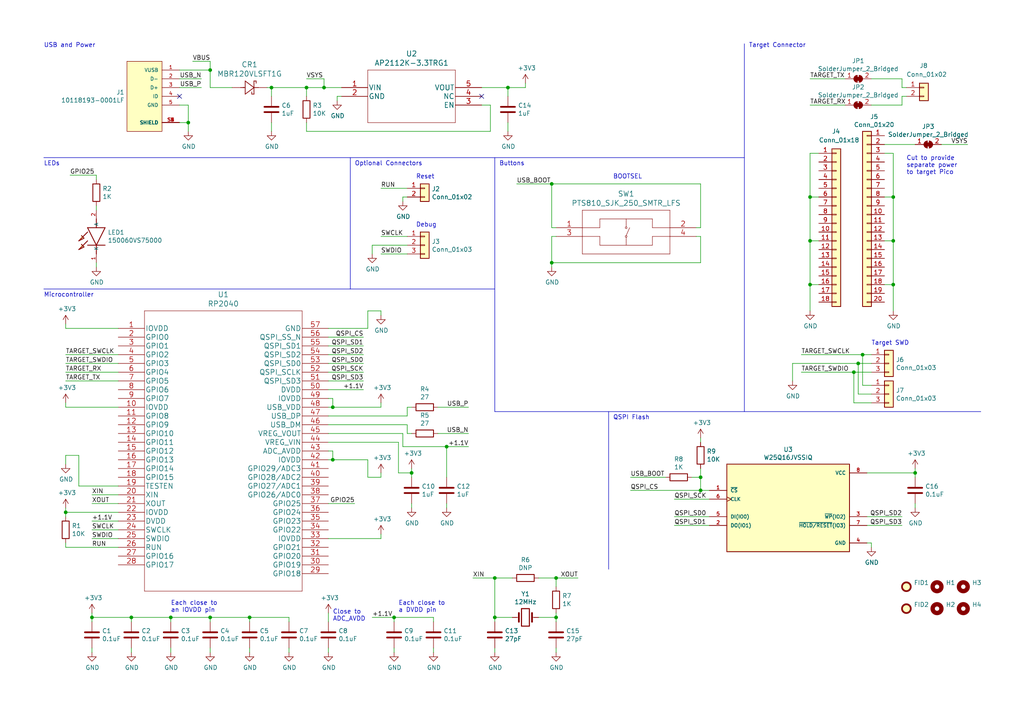
<source format=kicad_sch>
(kicad_sch (version 20230121) (generator eeschema)
  (paper "A4")
  (title_block (title "Raspberry Pi Pico Debugger Shoe") (date "2021-05-12") (rev "v02") (comment 2 "https://creativecommons.org/licenses/by/4.0/") (comment 3 "License: CC BY 4.0") (comment 4 "Author: Shawn Hymel"))
  (junction (at 161.29 179.07))
  (junction (at 250.19 102.87))
  (junction (at 129.54 129.54))
  (junction (at 160.02 76.2))
  (junction (at 203.2 142.24))
  (junction (at 147.32 25.4))
  (junction (at 60.96 20.32))
  (junction (at 143.51 167.64))
  (junction (at 49.53 179.07))
  (junction (at 161.29 167.64))
  (junction (at 96.52 118.11))
  (junction (at 72.39 179.07))
  (junction (at 60.96 179.07))
  (junction (at 38.1 179.07))
  (junction (at 265.43 137.16))
  (junction (at 160.02 53.34))
  (junction (at 203.2 138.43))
  (junction (at 93.98 25.4))
  (junction (at 19.05 148.59))
  (junction (at 143.51 179.07))
  (junction (at 259.08 69.85))
  (junction (at 26.67 179.07))
  (junction (at 114.3 179.07))
  (junction (at 54.61 35.56))
  (junction (at 234.95 69.85))
  (junction (at 248.92 105.41))
  (junction (at 96.52 133.35))
  (junction (at 247.65 107.95))
  (junction (at 259.08 57.15))
  (junction (at 119.38 137.16))
  (junction (at 259.08 82.55))
  (junction (at 234.95 82.55))
  (junction (at 234.95 57.15))
  (junction (at 88.9 25.4))
  (junction (at 78.74 25.4))
  (no_connect (at 52.07 27.94))
  (no_connect (at 139.7 27.94))
  (wire (pts (xy 147.32 35.56) (xy 147.32 38.1)))
  (wire (pts (xy 95.25 130.81) (xy 96.52 130.81)))
  (wire (pts (xy 182.88 142.24) (xy 203.2 142.24)))
  (wire (pts (xy 203.2 76.2) (xy 203.2 68.58)))
  (wire (pts (xy 248.92 114.3) (xy 252.73 114.3)))
  (wire (pts (xy 143.51 167.64) (xy 137.16 167.64)))
  (wire (pts (xy 19.05 118.11) (xy 34.29 118.11)))
  (wire (pts (xy 261.62 25.4) (xy 261.62 22.86)))
  (wire (pts (xy 34.29 105.41) (xy 19.05 105.41)))
  (wire (pts (xy 251.46 137.16) (xy 265.43 137.16)))
  (wire (pts (xy 95.25 107.95) (xy 105.41 107.95)))
  (wire (pts (xy 93.98 25.4) (xy 93.98 22.86)))
  (wire (pts (xy 129.54 146.05) (xy 129.54 147.32)))
  (wire (pts (xy 54.61 30.48) (xy 54.61 35.56)))
  (wire (pts (xy 60.96 179.07) (xy 49.53 179.07)))
  (wire (pts (xy 96.52 118.11) (xy 110.49 118.11)))
  (wire (pts (xy 83.82 180.34) (xy 83.82 179.07)))
  (wire (pts (xy 78.74 25.4) (xy 88.9 25.4)))
  (wire (pts (xy 19.05 158.75) (xy 19.05 157.48)))
  (wire (pts (xy 72.39 180.34) (xy 72.39 179.07)))
  (wire (pts (xy 88.9 38.1) (xy 142.24 38.1)))
  (wire (pts (xy 26.67 179.07) (xy 26.67 180.34)))
  (wire (pts (xy 156.21 179.07) (xy 161.29 179.07)))
  (wire (pts (xy 237.49 69.85) (xy 234.95 69.85)))
  (wire (pts (xy 203.2 142.24) (xy 203.2 138.43)))
  (wire (pts (xy 95.25 113.03) (xy 105.41 113.03)))
  (wire (pts (xy 95.25 125.73) (xy 116.84 125.73)))
  (wire (pts (xy 193.04 138.43) (xy 182.88 138.43)))
  (wire (pts (xy 22.86 132.08) (xy 19.05 132.08)))
  (wire (pts (xy 19.05 158.75) (xy 34.29 158.75)))
  (wire (pts (xy 107.95 71.12) (xy 118.11 71.12)))
  (wire (pts (xy 119.38 146.05) (xy 119.38 147.32)))
  (wire (pts (xy 19.05 95.25) (xy 19.05 93.98)))
  (wire (pts (xy 110.49 90.17) (xy 110.49 91.44)))
  (wire (pts (xy 96.52 115.57) (xy 96.52 118.11)))
  (wire (pts (xy 97.79 27.94) (xy 99.06 27.94)))
  (wire (pts (xy 232.41 107.95) (xy 247.65 107.95)))
  (wire (pts (xy 27.94 52.07) (xy 27.94 50.8)))
  (wire (pts (xy 256.54 69.85) (xy 259.08 69.85)))
  (wire (pts (xy 205.74 149.86) (xy 195.58 149.86)))
  (polyline (pts (xy 143.51 119.38) (xy 284.48 119.38)))
  (wire (pts (xy 261.62 30.48) (xy 252.73 30.48)))
  (wire (pts (xy 265.43 146.05) (xy 265.43 147.32)))
  (wire (pts (xy 115.57 128.27) (xy 115.57 137.16)))
  (wire (pts (xy 265.43 137.16) (xy 265.43 138.43)))
  (wire (pts (xy 161.29 179.07) (xy 161.29 180.34)))
  (wire (pts (xy 256.54 57.15) (xy 259.08 57.15)))
  (wire (pts (xy 259.08 69.85) (xy 259.08 82.55)))
  (wire (pts (xy 88.9 25.4) (xy 88.9 27.94)))
  (wire (pts (xy 248.92 105.41) (xy 248.92 114.3)))
  (wire (pts (xy 143.51 187.96) (xy 143.51 189.23)))
  (wire (pts (xy 160.02 53.34) (xy 149.86 53.34)))
  (wire (pts (xy 95.25 128.27) (xy 115.57 128.27)))
  (wire (pts (xy 118.11 123.19) (xy 118.11 125.73)))
  (wire (pts (xy 26.67 187.96) (xy 26.67 189.23)))
  (wire (pts (xy 127 125.73) (xy 135.89 125.73)))
  (wire (pts (xy 252.73 105.41) (xy 248.92 105.41)))
  (wire (pts (xy 234.95 57.15) (xy 234.95 69.85)))
  (wire (pts (xy 95.25 187.96) (xy 95.25 189.23)))
  (wire (pts (xy 34.29 110.49) (xy 19.05 110.49)))
  (wire (pts (xy 127 118.11) (xy 135.89 118.11)))
  (wire (pts (xy 106.68 138.43) (xy 110.49 138.43)))
  (wire (pts (xy 139.7 25.4) (xy 147.32 25.4)))
  (wire (pts (xy 200.66 138.43) (xy 203.2 138.43)))
  (wire (pts (xy 107.95 179.07) (xy 114.3 179.07)))
  (wire (pts (xy 237.49 57.15) (xy 234.95 57.15)))
  (wire (pts (xy 115.57 137.16) (xy 119.38 137.16)))
  (wire (pts (xy 95.25 123.19) (xy 118.11 123.19)))
  (wire (pts (xy 96.52 130.81) (xy 96.52 133.35)))
  (wire (pts (xy 88.9 25.4) (xy 93.98 25.4)))
  (wire (pts (xy 234.95 30.48) (xy 245.11 30.48)))
  (wire (pts (xy 118.11 57.15) (xy 116.84 57.15)))
  (wire (pts (xy 252.73 157.48) (xy 252.73 158.75)))
  (wire (pts (xy 256.54 82.55) (xy 259.08 82.55)))
  (wire (pts (xy 125.73 179.07) (xy 114.3 179.07)))
  (wire (pts (xy 262.89 27.94) (xy 261.62 27.94)))
  (wire (pts (xy 27.94 50.8) (xy 20.32 50.8)))
  (wire (pts (xy 72.39 187.96) (xy 72.39 189.23)))
  (wire (pts (xy 160.02 68.58) (xy 160.02 76.2)))
  (wire (pts (xy 129.54 138.43) (xy 129.54 129.54)))
  (wire (pts (xy 52.07 35.56) (xy 54.61 35.56)))
  (wire (pts (xy 88.9 35.56) (xy 88.9 38.1)))
  (wire (pts (xy 251.46 157.48) (xy 252.73 157.48)))
  (wire (pts (xy 161.29 167.64) (xy 167.64 167.64)))
  (wire (pts (xy 49.53 180.34) (xy 49.53 179.07)))
  (wire (pts (xy 114.3 187.96) (xy 114.3 189.23)))
  (wire (pts (xy 72.39 179.07) (xy 60.96 179.07)))
  (wire (pts (xy 19.05 147.32) (xy 19.05 148.59)))
  (wire (pts (xy 27.94 59.69) (xy 27.94 60.96)))
  (wire (pts (xy 95.25 105.41) (xy 105.41 105.41)))
  (wire (pts (xy 125.73 180.34) (xy 125.73 179.07)))
  (wire (pts (xy 60.96 20.32) (xy 60.96 17.78)))
  (wire (pts (xy 203.2 138.43) (xy 203.2 135.89)))
  (wire (pts (xy 203.2 66.04) (xy 203.2 53.34)))
  (wire (pts (xy 83.82 187.96) (xy 83.82 189.23)))
  (polyline (pts (xy 12.7 45.72) (xy 215.9 45.72)))
  (wire (pts (xy 234.95 44.45) (xy 234.95 57.15)))
  (wire (pts (xy 27.94 76.2) (xy 27.94 77.47)))
  (wire (pts (xy 160.02 53.34) (xy 160.02 66.04)))
  (wire (pts (xy 77.47 25.4) (xy 78.74 25.4)))
  (wire (pts (xy 110.49 138.43) (xy 110.49 137.16)))
  (wire (pts (xy 95.25 146.05) (xy 102.87 146.05)))
  (wire (pts (xy 95.25 133.35) (xy 96.52 133.35)))
  (wire (pts (xy 54.61 35.56) (xy 54.61 38.1)))
  (wire (pts (xy 161.29 68.58) (xy 160.02 68.58)))
  (wire (pts (xy 118.11 54.61) (xy 110.49 54.61)))
  (wire (pts (xy 106.68 90.17) (xy 110.49 90.17)))
  (wire (pts (xy 118.11 120.65) (xy 118.11 118.11)))
  (wire (pts (xy 229.87 105.41) (xy 248.92 105.41)))
  (wire (pts (xy 118.11 125.73) (xy 119.38 125.73)))
  (wire (pts (xy 129.54 129.54) (xy 135.89 129.54)))
  (polyline (pts (xy 215.9 12.7) (xy 215.9 119.38)))
  (wire (pts (xy 38.1 180.34) (xy 38.1 179.07)))
  (wire (pts (xy 60.96 17.78) (xy 55.88 17.78)))
  (polyline (pts (xy 176.53 165.1) (xy 176.53 119.38)))
  (wire (pts (xy 147.32 25.4) (xy 147.32 27.94)))
  (wire (pts (xy 107.95 73.66) (xy 107.95 71.12)))
  (wire (pts (xy 78.74 35.56) (xy 78.74 38.1)))
  (wire (pts (xy 106.68 133.35) (xy 106.68 138.43)))
  (wire (pts (xy 116.84 57.15) (xy 116.84 58.42)))
  (wire (pts (xy 261.62 22.86) (xy 252.73 22.86)))
  (wire (pts (xy 60.96 180.34) (xy 60.96 179.07)))
  (wire (pts (xy 234.95 82.55) (xy 234.95 90.17)))
  (wire (pts (xy 95.25 100.33) (xy 105.41 100.33)))
  (wire (pts (xy 203.2 53.34) (xy 160.02 53.34)))
  (wire (pts (xy 95.25 115.57) (xy 96.52 115.57)))
  (wire (pts (xy 160.02 76.2) (xy 203.2 76.2)))
  (wire (pts (xy 49.53 179.07) (xy 38.1 179.07)))
  (wire (pts (xy 256.54 41.91) (xy 265.43 41.91)))
  (wire (pts (xy 19.05 102.87) (xy 34.29 102.87)))
  (wire (pts (xy 203.2 68.58) (xy 201.93 68.58)))
  (wire (pts (xy 161.29 167.64) (xy 161.29 170.18)))
  (wire (pts (xy 143.51 179.07) (xy 143.51 167.64)))
  (polyline (pts (xy 101.6 45.72) (xy 101.6 83.82)))
  (wire (pts (xy 237.49 44.45) (xy 234.95 44.45)))
  (wire (pts (xy 237.49 82.55) (xy 234.95 82.55)))
  (wire (pts (xy 19.05 95.25) (xy 34.29 95.25)))
  (wire (pts (xy 161.29 187.96) (xy 161.29 189.23)))
  (wire (pts (xy 95.25 118.11) (xy 96.52 118.11)))
  (wire (pts (xy 26.67 179.07) (xy 26.67 177.8)))
  (wire (pts (xy 259.08 44.45) (xy 259.08 57.15)))
  (wire (pts (xy 261.62 27.94) (xy 261.62 30.48)))
  (wire (pts (xy 201.93 66.04) (xy 203.2 66.04)))
  (wire (pts (xy 252.73 116.84) (xy 247.65 116.84)))
  (polyline (pts (xy 143.51 45.72) (xy 143.51 119.38)))
  (wire (pts (xy 19.05 149.86) (xy 19.05 148.59)))
  (wire (pts (xy 118.11 118.11) (xy 119.38 118.11)))
  (wire (pts (xy 78.74 25.4) (xy 78.74 27.94)))
  (wire (pts (xy 34.29 153.67) (xy 26.67 153.67)))
  (wire (pts (xy 156.21 167.64) (xy 161.29 167.64)))
  (wire (pts (xy 152.4 25.4) (xy 152.4 24.13)))
  (wire (pts (xy 38.1 187.96) (xy 38.1 189.23)))
  (wire (pts (xy 49.53 187.96) (xy 49.53 189.23)))
  (wire (pts (xy 95.25 156.21) (xy 110.49 156.21)))
  (wire (pts (xy 34.29 140.97) (xy 22.86 140.97)))
  (wire (pts (xy 95.25 110.49) (xy 105.41 110.49)))
  (wire (pts (xy 83.82 179.07) (xy 72.39 179.07)))
  (wire (pts (xy 114.3 180.34) (xy 114.3 179.07)))
  (wire (pts (xy 52.07 20.32) (xy 60.96 20.32)))
  (wire (pts (xy 34.29 146.05) (xy 26.67 146.05)))
  (wire (pts (xy 256.54 44.45) (xy 259.08 44.45)))
  (wire (pts (xy 93.98 25.4) (xy 99.06 25.4)))
  (wire (pts (xy 251.46 152.4) (xy 261.62 152.4)))
  (wire (pts (xy 143.51 180.34) (xy 143.51 179.07)))
  (wire (pts (xy 97.79 29.21) (xy 97.79 27.94)))
  (wire (pts (xy 250.19 111.76) (xy 250.19 102.87)))
  (wire (pts (xy 251.46 149.86) (xy 261.62 149.86)))
  (wire (pts (xy 93.98 22.86) (xy 88.9 22.86)))
  (wire (pts (xy 96.52 133.35) (xy 106.68 133.35)))
  (wire (pts (xy 106.68 95.25) (xy 106.68 90.17)))
  (wire (pts (xy 110.49 156.21) (xy 110.49 154.94)))
  (wire (pts (xy 116.84 129.54) (xy 129.54 129.54)))
  (wire (pts (xy 161.29 177.8) (xy 161.29 179.07)))
  (wire (pts (xy 118.11 68.58) (xy 110.49 68.58)))
  (wire (pts (xy 95.25 97.79) (xy 105.41 97.79)))
  (wire (pts (xy 147.32 25.4) (xy 152.4 25.4)))
  (wire (pts (xy 247.65 107.95) (xy 252.73 107.95)))
  (wire (pts (xy 110.49 118.11) (xy 110.49 116.84)))
  (wire (pts (xy 34.29 143.51) (xy 26.67 143.51)))
  (wire (pts (xy 259.08 82.55) (xy 259.08 90.17)))
  (wire (pts (xy 52.07 30.48) (xy 54.61 30.48)))
  (wire (pts (xy 60.96 25.4) (xy 67.31 25.4)))
  (wire (pts (xy 142.24 30.48) (xy 139.7 30.48)))
  (wire (pts (xy 205.74 152.4) (xy 195.58 152.4)))
  (wire (pts (xy 195.58 144.78) (xy 205.74 144.78)))
  (wire (pts (xy 95.25 120.65) (xy 118.11 120.65)))
  (polyline (pts (xy 12.7 83.82) (xy 143.51 83.82)))
  (wire (pts (xy 234.95 22.86) (xy 245.11 22.86)))
  (wire (pts (xy 60.96 20.32) (xy 60.96 25.4)))
  (wire (pts (xy 95.25 95.25) (xy 106.68 95.25)))
  (wire (pts (xy 34.29 151.13) (xy 26.67 151.13)))
  (wire (pts (xy 116.84 125.73) (xy 116.84 129.54)))
  (wire (pts (xy 205.74 142.24) (xy 203.2 142.24)))
  (wire (pts (xy 229.87 105.41) (xy 229.87 110.49)))
  (wire (pts (xy 118.11 73.66) (xy 110.49 73.66)))
  (wire (pts (xy 19.05 118.11) (xy 19.05 116.84)))
  (wire (pts (xy 273.05 41.91) (xy 280.67 41.91)))
  (wire (pts (xy 95.25 102.87) (xy 105.41 102.87)))
  (wire (pts (xy 52.07 22.86) (xy 58.42 22.86)))
  (wire (pts (xy 250.19 102.87) (xy 252.73 102.87)))
  (wire (pts (xy 143.51 167.64) (xy 148.59 167.64)))
  (wire (pts (xy 262.89 25.4) (xy 261.62 25.4)))
  (wire (pts (xy 125.73 187.96) (xy 125.73 189.23)))
  (wire (pts (xy 259.08 57.15) (xy 259.08 69.85)))
  (wire (pts (xy 52.07 25.4) (xy 58.42 25.4)))
  (wire (pts (xy 247.65 116.84) (xy 247.65 107.95)))
  (wire (pts (xy 160.02 66.04) (xy 161.29 66.04)))
  (wire (pts (xy 34.29 107.95) (xy 19.05 107.95)))
  (wire (pts (xy 38.1 179.07) (xy 26.67 179.07)))
  (wire (pts (xy 119.38 137.16) (xy 119.38 138.43)))
  (wire (pts (xy 60.96 187.96) (xy 60.96 189.23)))
  (wire (pts (xy 160.02 76.2) (xy 160.02 77.47)))
  (wire (pts (xy 19.05 132.08) (xy 19.05 134.62)))
  (wire (pts (xy 234.95 69.85) (xy 234.95 82.55)))
  (wire (pts (xy 252.73 111.76) (xy 250.19 111.76)))
  (wire (pts (xy 148.59 179.07) (xy 143.51 179.07)))
  (wire (pts (xy 265.43 135.89) (xy 265.43 137.16)))
  (wire (pts (xy 95.25 177.8) (xy 95.25 180.34)))
  (wire (pts (xy 203.2 127) (xy 203.2 128.27)))
  (wire (pts (xy 232.41 102.87) (xy 250.19 102.87)))
  (wire (pts (xy 34.29 156.21) (xy 26.67 156.21)))
  (wire (pts (xy 119.38 137.16) (xy 119.38 135.89)))
  (wire (pts (xy 22.86 140.97) (xy 22.86 132.08)))
  (wire (pts (xy 19.05 148.59) (xy 34.29 148.59)))
  (wire (pts (xy 142.24 38.1) (xy 142.24 30.48)))
  (text "Reset" (at 120.65 52.07 0) (effects (font (size 1.27 1.27)) (justify left bottom)))
  (text "Buttons" (at 144.78 48.26 0) (effects (font (size 1.27 1.27)) (justify left bottom)))
  (text "Target Connector" (at 217.17 13.97 0) (effects (font (size 1.27 1.27)) (justify left bottom)))
  (text "QSPI Flash" (at 177.8 121.92 0) (effects (font (size 1.27 1.27)) (justify left bottom)))
  (text "Microcontroller" (at 12.7 86.36 0) (effects (font (size 1.27 1.27)) (justify left bottom)))
  (text "Target SWD" (at 252.73 100.33 0) (effects (font (size 1.27 1.27)) (justify left bottom)))
  (text "BOOTSEL" (at 177.8 52.07 0) (effects (font (size 1.27 1.27)) (justify left bottom)))
  (text "Cut to provide\nseparate power\nto target Pico" (at 262.89 50.8 0) (effects (font (size 1.27 1.27)) (justify left bottom)))
  (text "Debug" (at 120.65 66.04 0) (effects (font (size 1.27 1.27)) (justify left bottom)))
  (text "USB and Power" (at 12.7 13.97 0) (effects (font (size 1.27 1.27)) (justify left bottom)))
  (text "Optional Connectors" (at 102.87 48.26 0) (effects (font (size 1.27 1.27)) (justify left bottom)))
  (text "LEDs" (at 12.7 48.26 0) (effects (font (size 1.27 1.27)) (justify left bottom)))
  (text "Each close to\na DVDD pin" (at 115.57 177.8 0) (effects (font (size 1.27 1.27)) (justify left bottom)))
  (text "Each close to\nan IOVDD pin" (at 49.53 177.8 0) (effects (font (size 1.27 1.27)) (justify left bottom)))
  (text "Close to\nADC_AVDD" (at 96.52 180.34 0) (effects (font (size 1.27 1.27)) (justify left bottom)))
  (label "QSPI_SD1" (at 195.58 152.4 0))
  (label "VSYS" (at 88.9 22.86 0))
  (label "+1.1V" (at 105.41 113.03 180))
  (label "QSPI_SD3" (at 261.62 152.4 180))
  (label "XOUT" (at 167.64 167.64 180))
  (label "QSPI_SCK" (at 195.58 144.78 0))
  (label "RUN" (at 110.49 54.61 0))
  (label "GPIO25" (at 102.87 146.05 180))
  (label "GPIO25" (at 20.32 50.8 0))
  (label "TARGET_SWCLK" (at 232.41 102.87 0))
  (label "USB_BOOT" (at 149.86 53.34 0))
  (label "VBUS" (at 55.88 17.78 0))
  (label "SWDIO" (at 26.67 156.21 0))
  (label "QSPI_SD2" (at 105.41 102.87 180))
  (label "TARGET_RX" (at 19.05 107.95 0))
  (label "USB_N" (at 58.42 22.86 180))
  (label "QSPI_SCK" (at 105.41 107.95 180))
  (label "USB_P" (at 135.89 118.11 180))
  (label "+1.1V" (at 135.89 129.54 180))
  (label "QSPI_SD1" (at 105.41 100.33 180))
  (label "RUN" (at 26.67 158.75 0))
  (label "TARGET_RX" (at 234.95 30.48 0))
  (label "XIN" (at 26.67 143.51 0))
  (label "VSYS" (at 280.67 41.91 180))
  (label "QSPI_SD0" (at 195.58 149.86 0))
  (label "SWDIO" (at 110.49 73.66 0))
  (label "QSPI_CS" (at 105.41 97.79 180))
  (label "SWCLK" (at 26.67 153.67 0))
  (label "USB_P" (at 58.42 25.4 180))
  (label "QSPI_SD3" (at 105.41 110.49 180))
  (label "QSPI_SD0" (at 105.41 105.41 180))
  (label "TARGET_SWDIO" (at 19.05 105.41 0))
  (label "XIN" (at 137.16 167.64 0))
  (label "USB_N" (at 135.89 125.73 180))
  (label "TARGET_SWDIO" (at 232.41 107.95 0))
  (label "SWCLK" (at 110.49 68.58 0))
  (label "TARGET_TX" (at 19.05 110.49 0))
  (label "+1.1V" (at 26.67 151.13 0))
  (label "XOUT" (at 26.67 146.05 0))
  (label "TARGET_SWCLK" (at 19.05 102.87 0))
  (label "USB_BOOT" (at 182.88 138.43 0))
  (label "+1.1V" (at 107.95 179.07 0))
  (label "QSPI_CS" (at 182.88 142.24 0))
  (label "TARGET_TX" (at 234.95 22.86 0))
  (label "QSPI_SD2" (at 261.62 149.86 180))
  (symbol (lib_id "rpi-pico-debugger-shoe-rescue:RP2040-2021-05-11_23-45-12") (at 34.29 95.25 0) (unit 1)
    (property "Reference" "U1" (at 64.77 85.4202 0) (effects (font (size 1.524 1.524))))
    (property "Value" "RP2040" (at 64.77 88.1126 0) (effects (font (size 1.524 1.524))))
    (property "Footprint" "rp2040:RP2040" (effects hide))
    (property "Digi-Key_PN" "TBD" (effects hide))
  )
  (symbol (lib_id "rpi-pico-debugger-shoe-rescue:AP2112K-3.3TRG1-2021-05-12_00-19-53") (at 99.06 25.4 0) (unit 1)
    (property "Reference" "U2" (at 119.38 15.5702 0) (effects (font (size 1.524 1.524))))
    (property "Value" "AP2112K-3.3TRG1" (at 119.38 18.2626 0) (effects (font (size 1.524 1.524))))
    (property "Footprint" "ap2112:AP2112K-3.3TRG1" (effects hide))
    (property "Digi-Key_PN" "AP2112K-3.3TRG1DICT-ND" (effects hide))
  )
  (symbol (lib_id "rpi-pico-debugger-shoe-rescue:10118193-0001LF-10118193-0001LF") (at 41.91 27.94 0) (mirror y) (unit 1)
    (property "Reference" "J1" (at 36.1188 26.7716 0) (effects (justify left)))
    (property "Value" "10118193-0001LF" (at 36.1188 29.083 0) (effects (justify left)))
    (property "Footprint" "10118193-0001LF:FCI_10118193-0001LF_no-slot" (effects hide))
    (property "DESCRIPTION" "Single Port 5 Contact Shielded SMT MICRO USB B-Type Receptacle" (effects hide))
    (property "MP" "10118193-0001LF" (effects hide))
    (property "PACKAGE" "None" (effects hide))
    (property "AVAILABILITY" "Unavailable" (effects hide))
    (property "PRICE" "None" (effects hide))
    (property "MF" "Amphenol FCI" (effects hide))
    (property "Digi-Key_PN" "609-4616-1-ND" (effects hide))
  )
  (symbol (lib_id "rpi-pico-debugger-shoe-rescue:MBR120VLSFT1G-2021-05-12_00-49-18") (at 67.31 25.4 0) (unit 1)
    (property "Reference" "CR1" (at 72.39 18.7198 0) (effects (font (size 1.524 1.524))))
    (property "Value" "MBR120VLSFT1G" (at 72.39 21.4122 0) (effects (font (size 1.524 1.524))))
    (property "Footprint" "mbr120vlsft1g:MBR120VLSFT1G" (effects hide))
    (property "Digi-Key_PN" "MBR120VLSFT1GOSCT-ND" (effects hide))
  )
  (symbol (lib_id "rpi-pico-debugger-shoe-rescue:PTS810_SJK_250_SMTR_LFS-2021-05-12_02-12-02") (at 161.29 66.04 0) (unit 1)
    (property "Reference" "SW1" (at 181.61 56.2102 0) (effects (font (size 1.524 1.524))))
    (property "Value" "PTS810_SJK_250_SMTR_LFS" (at 181.61 58.9026 0) (effects (font (size 1.524 1.524))))
    (property "Footprint" "PTS810 SJK 250 SMTR LFS:PTS810 SJK 250 SMTR LFS" (effects hide))
    (property "Digi-Key_PN" "CKN10503CT-ND" (effects hide))
  )
  (symbol (lib_id "rpi-pico-debugger-shoe-rescue:W25Q16JVSSIQ-W25Q16JVSSIQ") (at 228.6 147.32 0) (unit 1)
    (property "Reference" "U3" (at 228.6 130.3782 0))
    (property "Value" "W25Q16JVSSIQ" (at 228.6 132.6896 0))
    (property "Footprint" "W25Q16JVSSIQ:SOIC127P790X216-8N" (effects hide))
    (property "PRICE" "None" (effects hide))
    (property "AVAILABILITY" "Unavailable" (effects hide))
    (property "MF" "Winbond Electronics" (effects hide))
    (property "MP" "W25Q16JVSSIQ" (effects hide))
    (property "PACKAGE" "SOIC-8 Winbond" (effects hide))
    (property "DESCRIPTION" "3v 16m-Bit Serial Flash Memory With Dual" (effects hide))
    (property "Digi-Key_PN" "256-W25Q16JVSSIM-ND" (effects hide))
  )
  (symbol (lib_id "Device:R") (at 88.9 31.75 0) (unit 1)
    (property "Reference" "R3" (at 90.678 30.5816 0) (effects (justify left)))
    (property "Value" "10K" (at 90.678 32.893 0) (effects (justify left)))
    (property "Footprint" "Resistor_SMD:R_0603_1608Metric_Pad0.98x0.95mm_HandSolder" (effects hide))
    (property "Digi-Key_PN" "311-10KGRCT-ND" (effects hide))
  )
  (symbol (lib_id "power:GND") (at 97.79 29.21 0) (unit 1)
    (property "Reference" "#PWR0101" (effects hide))
    (property "Value" "GND" (at 97.917 33.6042 0))
  )
  (symbol (lib_id "Device:C") (at 78.74 31.75 0) (unit 1)
    (property "Reference" "C6" (at 81.661 30.5816 0) (effects (justify left)))
    (property "Value" "1uF" (at 81.661 32.893 0) (effects (justify left)))
    (property "Footprint" "Capacitor_SMD:C_0603_1608Metric_Pad1.08x0.95mm_HandSolder" (effects hide))
    (property "Digi-Key_PN" "1276-6524-1-ND" (effects hide))
  )
  (symbol (lib_id "Device:C") (at 147.32 31.75 0) (unit 1)
    (property "Reference" "C14" (at 150.241 30.5816 0) (effects (justify left)))
    (property "Value" "1uF" (at 150.241 32.893 0) (effects (justify left)))
    (property "Footprint" "Capacitor_SMD:C_0603_1608Metric_Pad1.08x0.95mm_HandSolder" (effects hide))
    (property "Digi-Key_PN" "1276-6524-1-ND" (effects hide))
  )
  (symbol (lib_id "power:GND") (at 78.74 38.1 0) (unit 1)
    (property "Reference" "#PWR0102" (effects hide))
    (property "Value" "GND" (at 78.867 42.4942 0))
  )
  (symbol (lib_id "power:GND") (at 147.32 38.1 0) (unit 1)
    (property "Reference" "#PWR0103" (effects hide))
    (property "Value" "GND" (at 147.447 42.4942 0))
  )
  (symbol (lib_id "rpi-pico-debugger-shoe-rescue:+3.3V-power") (at 152.4 24.13 0) (unit 1)
    (property "Reference" "#PWR0104" (effects hide))
    (property "Value" "+3.3V" (at 152.781 19.7358 0))
  )
  (symbol (lib_id "power:GND") (at 54.61 38.1 0) (unit 1)
    (property "Reference" "#PWR0105" (effects hide))
    (property "Value" "GND" (at 54.737 42.4942 0))
  )
  (symbol (lib_id "rpi-pico-debugger-shoe-rescue:+3.3V-power") (at 19.05 93.98 0) (unit 1)
    (property "Reference" "#PWR0106" (effects hide))
    (property "Value" "+3.3V" (at 19.431 89.5858 0))
  )
  (symbol (lib_id "power:GND") (at 19.05 134.62 0) (unit 1)
    (property "Reference" "#PWR0107" (effects hide))
    (property "Value" "GND" (at 19.177 139.0142 0))
  )
  (symbol (lib_id "rpi-pico-debugger-shoe-rescue:+3.3V-power") (at 19.05 147.32 0) (unit 1)
    (property "Reference" "#PWR0108" (effects hide))
    (property "Value" "+3.3V" (at 19.431 142.9258 0))
  )
  (symbol (lib_id "Mechanical:MountingHole") (at 279.4 170.18 0) (unit 1)
    (property "Reference" "H3" (at 281.94 169.0116 0) (effects (justify left)))
    (property "Value" "MountingHole" (effects hide))
    (property "Footprint" "MountingHole:MountingHole_2.1mm" (effects hide))
  )
  (symbol (lib_id "Mechanical:MountingHole") (at 279.4 176.53 0) (unit 1)
    (property "Reference" "H4" (at 281.94 175.3616 0) (effects (justify left)))
    (property "Value" "MountingHole" (effects hide))
    (property "Footprint" "MountingHole:MountingHole_2.1mm" (effects hide))
  )
  (symbol (lib_id "Mechanical:MountingHole") (at 271.78 176.53 0) (unit 1)
    (property "Reference" "H2" (at 274.32 175.3616 0) (effects (justify left)))
    (property "Value" "MountingHole" (effects hide))
    (property "Footprint" "MountingHole:MountingHole_2.1mm" (effects hide))
  )
  (symbol (lib_id "Mechanical:MountingHole") (at 271.78 170.18 0) (unit 1)
    (property "Reference" "H1" (at 274.32 169.0116 0) (effects (justify left)))
    (property "Value" "MountingHole" (effects hide))
    (property "Footprint" "MountingHole:MountingHole_2.1mm" (effects hide))
  )
  (symbol (lib_id "Mechanical:Fiducial") (at 262.89 170.18 0) (unit 1)
    (property "Reference" "FID1" (at 265.049 169.0116 0) (effects (justify left)))
    (property "Value" "Fiducial" (effects hide))
    (property "Footprint" "Fiducial:Fiducial_1mm_Mask2mm" (effects hide))
  )
  (symbol (lib_id "Mechanical:Fiducial") (at 262.89 176.53 0) (unit 1)
    (property "Reference" "FID2" (at 265.049 175.3616 0) (effects (justify left)))
    (property "Value" "Fiducial" (effects hide))
    (property "Footprint" "Fiducial:Fiducial_1mm_Mask2mm" (effects hide))
  )
  (symbol (lib_id "rpi-pico-debugger-shoe-rescue:+3.3V-power") (at 19.05 116.84 0) (unit 1)
    (property "Reference" "#PWR0109" (effects hide))
    (property "Value" "+3.3V" (at 19.431 112.4458 0))
  )
  (symbol (lib_id "rpi-pico-debugger-shoe-rescue:+3.3V-power") (at 110.49 154.94 0) (unit 1)
    (property "Reference" "#PWR0110" (effects hide))
    (property "Value" "+3.3V" (at 110.871 150.5458 0))
  )
  (symbol (lib_id "rpi-pico-debugger-shoe-rescue:+3.3V-power") (at 110.49 137.16 0) (unit 1)
    (property "Reference" "#PWR0111" (effects hide))
    (property "Value" "+3.3V" (at 110.871 132.7658 0))
  )
  (symbol (lib_id "Device:R") (at 123.19 125.73 270) (unit 1)
    (property "Reference" "R5" (at 123.19 120.4722 90))
    (property "Value" "27" (at 123.19 122.7836 90))
    (property "Footprint" "Resistor_SMD:R_0603_1608Metric_Pad0.98x0.95mm_HandSolder" (effects hide))
    (property "Digi-Key_PN" "311-27.0HRCT-ND" (effects hide))
  )
  (symbol (lib_id "Device:R") (at 123.19 118.11 270) (unit 1)
    (property "Reference" "R4" (at 123.19 112.8522 90))
    (property "Value" "27" (at 123.19 115.1636 90))
    (property "Footprint" "Resistor_SMD:R_0603_1608Metric_Pad0.98x0.95mm_HandSolder" (effects hide))
    (property "Digi-Key_PN" "311-27.0HRCT-ND" (effects hide))
  )
  (symbol (lib_id "rpi-pico-debugger-shoe-rescue:+3.3V-power") (at 110.49 116.84 0) (unit 1)
    (property "Reference" "#PWR0112" (effects hide))
    (property "Value" "+3.3V" (at 110.871 112.4458 0))
  )
  (symbol (lib_id "Device:C") (at 129.54 142.24 0) (unit 1)
    (property "Reference" "C12" (at 132.461 141.0716 0) (effects (justify left)))
    (property "Value" "1uF" (at 132.461 143.383 0) (effects (justify left)))
    (property "Footprint" "Capacitor_SMD:C_0603_1608Metric_Pad1.08x0.95mm_HandSolder" (effects hide))
    (property "Digi-Key_PN" "1276-6524-1-ND" (effects hide))
  )
  (symbol (lib_id "power:GND") (at 129.54 147.32 0) (unit 1)
    (property "Reference" "#PWR0113" (effects hide))
    (property "Value" "GND" (at 129.667 151.7142 0))
  )
  (symbol (lib_id "Device:C") (at 119.38 142.24 0) (unit 1)
    (property "Reference" "C10" (at 122.301 141.0716 0) (effects (justify left)))
    (property "Value" "1uF" (at 122.301 143.383 0) (effects (justify left)))
    (property "Footprint" "Capacitor_SMD:C_0603_1608Metric_Pad1.08x0.95mm_HandSolder" (effects hide))
    (property "Digi-Key_PN" "1276-6524-1-ND" (effects hide))
  )
  (symbol (lib_id "rpi-pico-debugger-shoe-rescue:+3.3V-power") (at 119.38 135.89 0) (unit 1)
    (property "Reference" "#PWR0114" (effects hide))
    (property "Value" "+3.3V" (at 119.761 131.4958 0))
  )
  (symbol (lib_id "power:GND") (at 119.38 147.32 0) (unit 1)
    (property "Reference" "#PWR0115" (effects hide))
    (property "Value" "GND" (at 119.507 151.7142 0))
  )
  (symbol (lib_id "power:GND") (at 110.49 91.44 0) (unit 1)
    (property "Reference" "#PWR0116" (effects hide))
    (property "Value" "GND" (at 110.617 95.8342 0))
  )
  (symbol (lib_id "Device:C") (at 114.3 184.15 0) (unit 1)
    (property "Reference" "C9" (at 117.221 182.9816 0) (effects (justify left)))
    (property "Value" "0.1uF" (at 117.221 185.293 0) (effects (justify left)))
    (property "Footprint" "Capacitor_SMD:C_0603_1608Metric_Pad1.08x0.95mm_HandSolder" (effects hide))
    (property "Digi-Key_PN" "311-1344-1-ND" (effects hide))
  )
  (symbol (lib_id "Device:C") (at 125.73 184.15 0) (unit 1)
    (property "Reference" "C11" (at 128.651 182.9816 0) (effects (justify left)))
    (property "Value" "0.1uF" (at 128.651 185.293 0) (effects (justify left)))
    (property "Footprint" "Capacitor_SMD:C_0603_1608Metric_Pad1.08x0.95mm_HandSolder" (effects hide))
    (property "Digi-Key_PN" "311-1344-1-ND" (effects hide))
  )
  (symbol (lib_id "power:GND") (at 114.3 189.23 0) (unit 1)
    (property "Reference" "#PWR0129" (effects hide))
    (property "Value" "GND" (at 114.427 193.6242 0))
  )
  (symbol (lib_id "power:GND") (at 125.73 189.23 0) (unit 1)
    (property "Reference" "#PWR0128" (effects hide))
    (property "Value" "GND" (at 125.857 193.6242 0))
  )
  (symbol (lib_id "Device:C") (at 26.67 184.15 0) (unit 1)
    (property "Reference" "C1" (at 29.591 182.9816 0) (effects (justify left)))
    (property "Value" "0.1uF" (at 29.591 185.293 0) (effects (justify left)))
    (property "Footprint" "Capacitor_SMD:C_0603_1608Metric_Pad1.08x0.95mm_HandSolder" (effects hide))
    (property "Digi-Key_PN" "311-1344-1-ND" (effects hide))
  )
  (symbol (lib_id "power:GND") (at 26.67 189.23 0) (unit 1)
    (property "Reference" "#PWR0127" (effects hide))
    (property "Value" "GND" (at 26.797 193.6242 0))
  )
  (symbol (lib_id "Device:C") (at 38.1 184.15 0) (unit 1)
    (property "Reference" "C2" (at 41.021 182.9816 0) (effects (justify left)))
    (property "Value" "0.1uF" (at 41.021 185.293 0) (effects (justify left)))
    (property "Footprint" "Capacitor_SMD:C_0603_1608Metric_Pad1.08x0.95mm_HandSolder" (effects hide))
    (property "Digi-Key_PN" "311-1344-1-ND" (effects hide))
  )
  (symbol (lib_id "Device:C") (at 49.53 184.15 0) (unit 1)
    (property "Reference" "C3" (at 52.451 182.9816 0) (effects (justify left)))
    (property "Value" "0.1uF" (at 52.451 185.293 0) (effects (justify left)))
    (property "Footprint" "Capacitor_SMD:C_0603_1608Metric_Pad1.08x0.95mm_HandSolder" (effects hide))
    (property "Digi-Key_PN" "311-1344-1-ND" (effects hide))
  )
  (symbol (lib_id "Device:C") (at 60.96 184.15 0) (unit 1)
    (property "Reference" "C4" (at 63.881 182.9816 0) (effects (justify left)))
    (property "Value" "0.1uF" (at 63.881 185.293 0) (effects (justify left)))
    (property "Footprint" "Capacitor_SMD:C_0603_1608Metric_Pad1.08x0.95mm_HandSolder" (effects hide))
    (property "Digi-Key_PN" "311-1344-1-ND" (effects hide))
  )
  (symbol (lib_id "Device:C") (at 72.39 184.15 0) (unit 1)
    (property "Reference" "C5" (at 75.311 182.9816 0) (effects (justify left)))
    (property "Value" "0.1uF" (at 75.311 185.293 0) (effects (justify left)))
    (property "Footprint" "Capacitor_SMD:C_0603_1608Metric_Pad1.08x0.95mm_HandSolder" (effects hide))
    (property "Digi-Key_PN" "311-1344-1-ND" (effects hide))
  )
  (symbol (lib_id "Device:C") (at 83.82 184.15 0) (unit 1)
    (property "Reference" "C7" (at 86.741 182.9816 0) (effects (justify left)))
    (property "Value" "0.1uF" (at 86.741 185.293 0) (effects (justify left)))
    (property "Footprint" "Capacitor_SMD:C_0603_1608Metric_Pad1.08x0.95mm_HandSolder" (effects hide))
    (property "Digi-Key_PN" "311-1344-1-ND" (effects hide))
  )
  (symbol (lib_id "power:GND") (at 38.1 189.23 0) (unit 1)
    (property "Reference" "#PWR0126" (effects hide))
    (property "Value" "GND" (at 38.227 193.6242 0))
  )
  (symbol (lib_id "power:GND") (at 49.53 189.23 0) (unit 1)
    (property "Reference" "#PWR0125" (effects hide))
    (property "Value" "GND" (at 49.657 193.6242 0))
  )
  (symbol (lib_id "power:GND") (at 60.96 189.23 0) (unit 1)
    (property "Reference" "#PWR0124" (effects hide))
    (property "Value" "GND" (at 61.087 193.6242 0))
  )
  (symbol (lib_id "power:GND") (at 72.39 189.23 0) (unit 1)
    (property "Reference" "#PWR0123" (effects hide))
    (property "Value" "GND" (at 72.517 193.6242 0))
  )
  (symbol (lib_id "power:GND") (at 83.82 189.23 0) (unit 1)
    (property "Reference" "#PWR0122" (effects hide))
    (property "Value" "GND" (at 83.947 193.6242 0))
  )
  (symbol (lib_id "rpi-pico-debugger-shoe-rescue:+3.3V-power") (at 26.67 177.8 0) (unit 1)
    (property "Reference" "#PWR0121" (effects hide))
    (property "Value" "+3.3V" (at 27.051 173.4058 0))
  )
  (symbol (lib_id "Device:C") (at 95.25 184.15 0) (unit 1)
    (property "Reference" "C8" (at 98.171 182.9816 0) (effects (justify left)))
    (property "Value" "0.1uF" (at 98.171 185.293 0) (effects (justify left)))
    (property "Footprint" "Capacitor_SMD:C_0603_1608Metric_Pad1.08x0.95mm_HandSolder" (effects hide))
    (property "Digi-Key_PN" "311-1344-1-ND" (effects hide))
  )
  (symbol (lib_id "power:GND") (at 95.25 189.23 0) (unit 1)
    (property "Reference" "#PWR0120" (effects hide))
    (property "Value" "GND" (at 95.377 193.6242 0))
  )
  (symbol (lib_id "rpi-pico-debugger-shoe-rescue:+3.3V-power") (at 95.25 177.8 0) (unit 1)
    (property "Reference" "#PWR0119" (effects hide))
    (property "Value" "+3.3V" (at 95.631 173.4058 0))
  )
  (symbol (lib_id "Device:Crystal") (at 152.4 179.07 0) (unit 1)
    (property "Reference" "Y1" (at 152.4 172.2628 0))
    (property "Value" "12MHz" (at 152.4 174.5742 0))
    (property "Footprint" "abls7m:ABLS7M2-16.000MHZ-D-2Y-T" (effects hide))
    (property "Digi-Key_PN" "535-13415-1-ND" (effects hide))
  )
  (symbol (lib_id "Device:C") (at 143.51 184.15 0) (unit 1)
    (property "Reference" "C13" (at 146.431 182.9816 0) (effects (justify left)))
    (property "Value" "27pF" (at 146.431 185.293 0) (effects (justify left)))
    (property "Footprint" "Capacitor_SMD:C_0603_1608Metric_Pad1.08x0.95mm_HandSolder" (effects hide))
    (property "Digi-Key_PN" "311-1063-1-ND" (effects hide))
  )
  (symbol (lib_id "Device:C") (at 161.29 184.15 0) (unit 1)
    (property "Reference" "C15" (at 164.211 182.9816 0) (effects (justify left)))
    (property "Value" "27pF" (at 164.211 185.293 0) (effects (justify left)))
    (property "Footprint" "Capacitor_SMD:C_0603_1608Metric_Pad1.08x0.95mm_HandSolder" (effects hide))
    (property "Digi-Key_PN" "311-1063-1-ND" (effects hide))
  )
  (symbol (lib_id "Device:R") (at 161.29 173.99 0) (unit 1)
    (property "Reference" "R7" (at 163.068 172.8216 0) (effects (justify left)))
    (property "Value" "1K" (at 163.068 175.133 0) (effects (justify left)))
    (property "Footprint" "Resistor_SMD:R_0603_1608Metric_Pad0.98x0.95mm_HandSolder" (effects hide))
    (property "Digi-Key_PN" "311-1.00KHRCT-ND" (effects hide))
  )
  (symbol (lib_id "Device:R") (at 152.4 167.64 270) (unit 1)
    (property "Reference" "R6" (at 152.4 162.3822 90))
    (property "Value" "DNP" (at 152.4 164.6936 90))
    (property "Footprint" "Resistor_SMD:R_0603_1608Metric_Pad0.98x0.95mm_HandSolder" (effects hide))
  )
  (symbol (lib_id "power:GND") (at 143.51 189.23 0) (unit 1)
    (property "Reference" "#PWR0117" (effects hide))
    (property "Value" "GND" (at 143.637 193.6242 0))
  )
  (symbol (lib_id "power:GND") (at 161.29 189.23 0) (unit 1)
    (property "Reference" "#PWR0118" (effects hide))
    (property "Value" "GND" (at 161.417 193.6242 0))
  )
  (symbol (lib_id "Device:C") (at 265.43 142.24 0) (unit 1)
    (property "Reference" "C16" (at 268.351 141.0716 0) (effects (justify left)))
    (property "Value" "0.1uF" (at 268.351 143.383 0) (effects (justify left)))
    (property "Footprint" "Capacitor_SMD:C_0603_1608Metric_Pad1.08x0.95mm_HandSolder" (effects hide))
    (property "Digi-Key_PN" "311-1344-1-ND" (effects hide))
  )
  (symbol (lib_id "Device:R") (at 203.2 132.08 0) (unit 1)
    (property "Reference" "R9" (at 204.978 130.9116 0) (effects (justify left)))
    (property "Value" "10K" (at 204.978 133.223 0) (effects (justify left)))
    (property "Footprint" "Resistor_SMD:R_0603_1608Metric_Pad0.98x0.95mm_HandSolder" (effects hide))
    (property "Digi-Key_PN" "311-10KGRCT-ND" (effects hide))
  )
  (symbol (lib_id "Device:R") (at 196.85 138.43 270) (unit 1)
    (property "Reference" "R8" (at 196.85 133.1722 90))
    (property "Value" "1K" (at 196.85 135.4836 90))
    (property "Footprint" "Resistor_SMD:R_0603_1608Metric_Pad0.98x0.95mm_HandSolder" (effects hide))
    (property "Digi-Key_PN" "311-1.00KHRCT-ND" (effects hide))
  )
  (symbol (lib_id "rpi-pico-debugger-shoe-rescue:+3.3V-power") (at 203.2 127 0) (unit 1)
    (property "Reference" "#PWR0130" (effects hide))
    (property "Value" "+3.3V" (at 203.581 122.6058 0))
  )
  (symbol (lib_id "power:GND") (at 265.43 147.32 0) (unit 1)
    (property "Reference" "#PWR0131" (effects hide))
    (property "Value" "GND" (at 265.557 151.7142 0))
  )
  (symbol (lib_id "power:GND") (at 252.73 158.75 0) (unit 1)
    (property "Reference" "#PWR0132" (effects hide))
    (property "Value" "GND" (at 252.857 163.1442 0))
  )
  (symbol (lib_id "rpi-pico-debugger-shoe-rescue:+3.3V-power") (at 265.43 135.89 0) (unit 1)
    (property "Reference" "#PWR0133" (effects hide))
    (property "Value" "+3.3V" (at 265.811 131.4958 0))
  )
  (symbol (lib_id "power:GND") (at 160.02 77.47 0) (unit 1)
    (property "Reference" "#PWR0134" (effects hide))
    (property "Value" "GND" (at 160.147 81.8642 0))
  )
  (symbol (lib_id "rpi-pico-debugger-shoe-rescue:150060VS75000-150060VS75000") (at 27.94 76.2 90) (unit 1)
    (property "Reference" "LED1" (at 31.242 67.4116 90) (effects (justify right)))
    (property "Value" "150060VS75000" (at 31.242 69.723 90) (effects (justify right)))
    (property "Footprint" "150060VS75000:LEDC1608X80N" (effects hide))
    (property "MOUSER_PART_NUMBER" "710-150060VS75000" (effects hide))
    (property "DESCRIPTION" "LED,Wurth Elektronik,150060VS75000 Wurth Elektronik 150060VS75000, WL-SMCW Series Green LED, 570 nm, 1608 (0603) Clear, Rectangle Lens SMD Package" (effects hide))
    (property "MOUSER_PRICE-STOCK" "https://www.mouser.com/Search/Refine.aspx?Keyword=710-150060VS75000" (effects hide))
    (property "RS_PART_NUMBER" "8154215P" (effects hide))
    (property "HEIGHT" "0.8mm" (effects hide))
    (property "RS_PRICE-STOCK" "http://uk.rs-online.com/web/p/products/8154215P" (effects hide))
    (property "MANUFACTURER_NAME" "Wurth Elektronik" (effects hide))
    (property "MANUFACTURER_PART_NUMBER" "150060VS75000" (effects hide))
    (property "Digi-Key_PN" "732-4980-1-ND" (effects hide))
  )
  (symbol (lib_id "Device:R") (at 27.94 55.88 0) (unit 1)
    (property "Reference" "R2" (at 29.718 54.7116 0) (effects (justify left)))
    (property "Value" "1K" (at 29.718 57.023 0) (effects (justify left)))
    (property "Footprint" "Resistor_SMD:R_0603_1608Metric_Pad0.98x0.95mm_HandSolder" (effects hide))
    (property "Digi-Key_PN" "311-1.00KHRCT-ND" (effects hide))
  )
  (symbol (lib_id "power:GND") (at 27.94 77.47 0) (unit 1)
    (property "Reference" "#PWR0135" (effects hide))
    (property "Value" "GND" (at 28.067 81.8642 0))
  )
  (symbol (lib_id "Connector_Generic:Conn_01x03") (at 123.19 71.12 0) (unit 1)
    (property "Reference" "J3" (at 125.222 70.0532 0) (effects (justify left)))
    (property "Value" "Conn_01x03" (at 125.222 72.3646 0) (effects (justify left)))
    (property "Footprint" "custom:PinHeader_1x03_P2.54mm_Vertical_no-silk" (effects hide))
  )
  (symbol (lib_id "power:GND") (at 107.95 73.66 0) (unit 1)
    (property "Reference" "#PWR0136" (effects hide))
    (property "Value" "GND" (at 108.077 78.0542 0))
  )
  (symbol (lib_id "Device:R") (at 19.05 153.67 0) (unit 1)
    (property "Reference" "R1" (at 20.828 152.5016 0) (effects (justify left)))
    (property "Value" "10K" (at 20.828 154.813 0) (effects (justify left)))
    (property "Footprint" "Resistor_SMD:R_0603_1608Metric_Pad0.98x0.95mm_HandSolder" (effects hide))
    (property "Digi-Key_PN" "311-10KGRCT-ND" (effects hide))
  )
  (symbol (lib_id "Connector_Generic:Conn_01x02") (at 123.19 54.61 0) (unit 1)
    (property "Reference" "J2" (at 125.222 54.8132 0) (effects (justify left)))
    (property "Value" "Conn_01x02" (at 125.222 57.1246 0) (effects (justify left)))
    (property "Footprint" "custom:PinHeader_1x02_P2.54mm_Vertical_no-silk" (effects hide))
  )
  (symbol (lib_id "power:GND") (at 116.84 58.42 0) (unit 1)
    (property "Reference" "#PWR0137" (effects hide))
    (property "Value" "GND" (at 116.967 62.8142 0))
  )
  (symbol (lib_id "Connector_Generic:Conn_01x18") (at 242.57 64.77 0) (unit 1)
    (property "Reference" "J4" (at 241.3 38.1 0) (effects (justify left)))
    (property "Value" "Conn_01x18" (at 237.49 40.64 0) (effects (justify left)))
    (property "Footprint" "custom:PinHeader_1x18_P2.54mm_Vertical_no-silk" (effects hide))
    (property "Digi-Key_PN" "1988-1035-ND" (effects hide))
  )
  (symbol (lib_id "Connector_Generic:Conn_01x20") (at 251.46 62.23 0) (mirror y) (unit 1)
    (property "Reference" "J5" (at 253.5428 33.8582 0))
    (property "Value" "Conn_01x20" (at 253.5428 36.1696 0))
    (property "Footprint" "custom:PinHeader_1x20_P2.54mm_Vertical_no-silk" (effects hide))
    (property "Digi-Key_PN" "1988-1136-ND" (effects hide))
  )
  (symbol (lib_id "Connector_Generic:Conn_01x02") (at 267.97 25.4 0) (unit 1)
    (property "Reference" "J8" (at 266.7 19.05 0) (effects (justify left)))
    (property "Value" "Conn_01x02" (at 262.89 21.59 0) (effects (justify left)))
    (property "Footprint" "custom:PinHeader_1x02_P2.54mm_Vertical_no-silk" (effects hide))
    (property "Digi-Key_PN" "S7035-ND" (effects hide))
  )
  (symbol (lib_id "Jumper:SolderJumper_2_Bridged") (at 269.24 41.91 0) (unit 1)
    (property "Reference" "JP3" (at 269.24 36.703 0))
    (property "Value" "SolderJumper_2_Bridged" (at 269.24 39.0144 0))
    (property "Footprint" "Jumper:SolderJumper-2_P1.3mm_Bridged_RoundedPad1.0x1.5mm" (effects hide))
  )
  (symbol (lib_id "Jumper:SolderJumper_2_Bridged") (at 248.92 22.86 0) (unit 1)
    (property "Reference" "JP1" (at 248.92 17.653 0))
    (property "Value" "SolderJumper_2_Bridged" (at 248.92 19.9644 0))
    (property "Footprint" "Jumper:SolderJumper-2_P1.3mm_Bridged_RoundedPad1.0x1.5mm" (effects hide))
  )
  (symbol (lib_id "Jumper:SolderJumper_2_Bridged") (at 248.92 30.48 0) (unit 1)
    (property "Reference" "JP2" (at 248.92 25.273 0))
    (property "Value" "SolderJumper_2_Bridged" (at 248.92 27.5844 0))
    (property "Footprint" "Jumper:SolderJumper-2_P1.3mm_Bridged_RoundedPad1.0x1.5mm" (effects hide))
  )
  (symbol (lib_id "Connector_Generic:Conn_01x03") (at 257.81 105.41 0) (unit 1)
    (property "Reference" "J6" (at 259.842 104.3432 0) (effects (justify left)))
    (property "Value" "Conn_01x03" (at 259.842 106.6546 0) (effects (justify left)))
    (property "Footprint" "custom:PinHeader_1x03_P2.54mm_Vertical_no-silk" (effects hide))
  )
  (symbol (lib_id "power:GND") (at 234.95 90.17 0) (unit 1)
    (property "Reference" "#PWR0138" (effects hide))
    (property "Value" "GND" (at 235.077 94.5642 0))
  )
  (symbol (lib_id "power:GND") (at 259.08 90.17 0) (unit 1)
    (property "Reference" "#PWR0139" (effects hide))
    (property "Value" "GND" (at 259.207 94.5642 0))
  )
  (symbol (lib_id "Connector_Generic:Conn_01x03") (at 257.81 114.3 0) (unit 1)
    (property "Reference" "J7" (at 259.842 113.2332 0) (effects (justify left)))
    (property "Value" "Conn_01x03" (at 259.842 115.5446 0) (effects (justify left)))
    (property "Footprint" "custom:PinHeader_1x03_P2.54mm_Vertical_no-silk" (effects hide))
    (property "Digi-Key_PN" "S7036-ND" (effects hide))
  )
  (symbol (lib_id "power:GND") (at 229.87 110.49 0) (unit 1)
    (property "Reference" "#PWR0140" (effects hide))
    (property "Value" "GND" (at 229.997 114.8842 0))
  )
)
</source>
